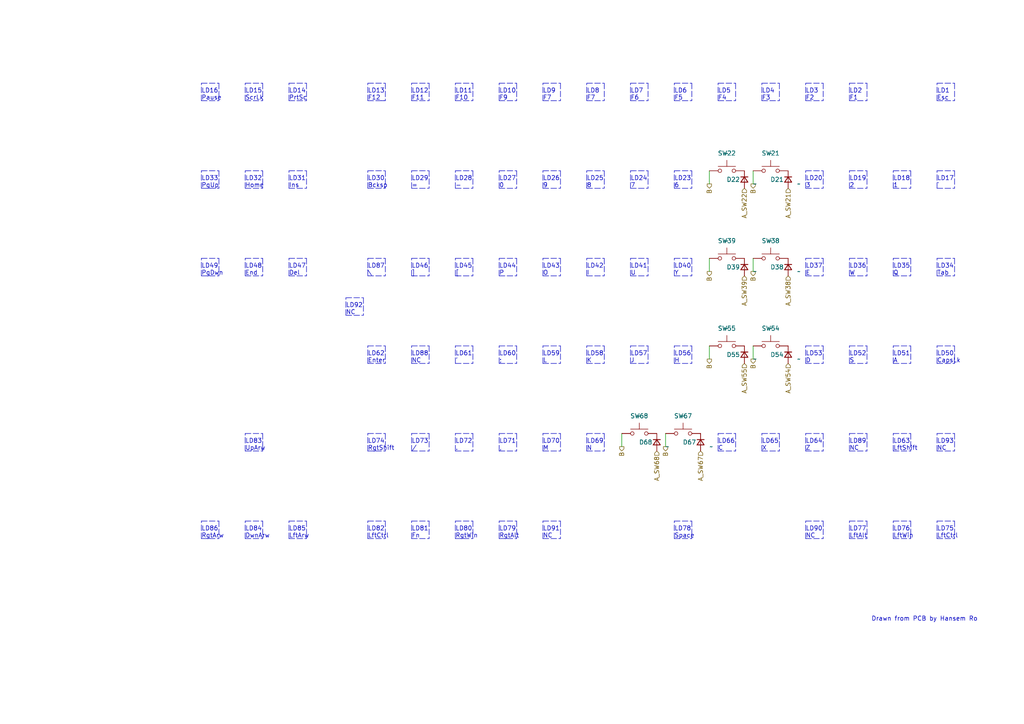
<source format=kicad_sch>
(kicad_sch (version 20211123) (generator eeschema)
  (paper "A4")
  (lib_symbols
    (symbol "Device:D_Small" (pin_numbers hide) (pin_names (offset 0.254) hide)
      (property "Reference" "D" (at -1.27 2.032 0))
      (property "Value" "D_Small" (at -3.81 -2.032 0))
      (symbol "D_Small_0_1"
        (polyline (pts (xy -0.762 -1.016) (xy -0.762 1.016)) (stroke (width 0.254)))
        (polyline (pts (xy -0.762 0) (xy 0.762 0)))
        (polyline (pts (xy 0.762 -1.016) (xy -0.762 0) (xy 0.762 1.016) (xy 0.762 -1.016)) (stroke (width 0.254)))
      )
      (symbol "D_Small_1_1"
        (pin passive line (at -2.54 0 0) (length 1.778) (name "K") (number "1"))
        (pin passive line (at 2.54 0 180) (length 1.778) (name "A") (number "2"))
      )
    )
    (symbol "Switch:SW_Push" (pin_numbers hide) (pin_names (offset 1.016) hide)
      (property "Reference" "SW" (at 1.27 2.54 0))
      (property "Value" "SW_Push" (at 0 -1.524 0))
      (symbol "SW_Push_0_1"
        (circle (center -2.032 0) (radius 0.508))
        (polyline (pts (xy 0 1.27) (xy 0 3.048)))
        (polyline (pts (xy 2.54 1.27) (xy -2.54 1.27)))
        (circle (center 2.032 0) (radius 0.508))
        (pin passive line (at -5.08 0 0) (length 2.54) (name "1") (number "1"))
        (pin passive line (at 5.08 0 180) (length 2.54) (name "2") (number "2"))
      )
    )
  )
  (polyline (pts (xy 226.06 125.73) (xy 226.06 130.81)))
  (polyline (pts (xy 119.38 156.21) (xy 124.46 156.21)))
  (polyline (pts (xy 276.86 151.13) (xy 276.86 156.21)))
  (polyline (pts (xy 271.78 151.13) (xy 276.86 151.13)))
  (polyline (pts (xy 259.08 49.53) (xy 264.16 49.53)))
  (polyline (pts (xy 220.98 24.13) (xy 226.06 24.13)))
  (polyline (pts (xy 187.96 100.33) (xy 187.96 105.41)))
  (polyline (pts (xy 271.78 80.01) (xy 276.86 80.01)))
  (polyline (pts (xy 157.48 151.13) (xy 162.56 151.13)))
  (polyline (pts (xy 83.82 54.61) (xy 83.82 49.53)))
  (polyline (pts (xy 170.18 130.81) (xy 175.26 130.81)))
  (polyline (pts (xy 175.26 49.53) (xy 175.26 54.61)))
  (polyline (pts (xy 259.08 105.41) (xy 264.16 105.41)))
  (polyline (pts (xy 264.16 151.13) (xy 264.16 156.21)))
  (polyline (pts (xy 106.68 125.73) (xy 111.76 125.73)))
  (polyline (pts (xy 233.68 54.61) (xy 238.76 54.61)))
  (polyline (pts (xy 119.38 80.01) (xy 124.46 80.01)))
  (polyline (pts (xy 259.08 80.01) (xy 264.16 80.01)))
  (polyline (pts (xy 271.78 80.01) (xy 271.78 74.93)))
  (polyline (pts (xy 106.68 105.41) (xy 111.76 105.41)))
  (polyline (pts (xy 132.08 100.33) (xy 137.16 100.33)))
  (wire (pts (xy 205.74 49.53) (xy 205.74 53.34)))
  (polyline (pts (xy 157.48 54.61) (xy 157.48 49.53)))
  (polyline (pts (xy 200.66 49.53) (xy 200.66 54.61)))
  (polyline (pts (xy 137.16 24.13) (xy 137.16 29.21)))
  (polyline (pts (xy 195.58 80.01) (xy 195.58 74.93)))
  (polyline (pts (xy 195.58 105.41) (xy 200.66 105.41)))
  (polyline (pts (xy 119.38 151.13) (xy 124.46 151.13)))
  (polyline (pts (xy 170.18 29.21) (xy 170.18 24.13)))
  (polyline (pts (xy 246.38 80.01) (xy 251.46 80.01)))
  (polyline (pts (xy 157.48 24.13) (xy 162.56 24.13)))
  (polyline (pts (xy 132.08 24.13) (xy 137.16 24.13)))
  (polyline (pts (xy 144.78 130.81) (xy 149.86 130.81)))
  (polyline (pts (xy 208.28 130.81) (xy 213.36 130.81)))
  (polyline (pts (xy 195.58 54.61) (xy 195.58 49.53)))
  (polyline (pts (xy 170.18 29.21) (xy 175.26 29.21)))
  (polyline (pts (xy 132.08 105.41) (xy 137.16 105.41)))
  (polyline (pts (xy 182.88 54.61) (xy 182.88 49.53)))
  (polyline (pts (xy 246.38 49.53) (xy 251.46 49.53)))
  (polyline (pts (xy 170.18 105.41) (xy 175.26 105.41)))
  (polyline (pts (xy 182.88 105.41) (xy 187.96 105.41)))
  (polyline (pts (xy 144.78 80.01) (xy 149.86 80.01)))
  (polyline (pts (xy 157.48 130.81) (xy 157.48 125.73)))
  (polyline (pts (xy 271.78 24.13) (xy 276.86 24.13)))
  (polyline (pts (xy 88.9 74.93) (xy 88.9 80.01)))
  (polyline (pts (xy 170.18 54.61) (xy 170.18 49.53)))
  (polyline (pts (xy 149.86 49.53) (xy 149.86 54.61)))
  (polyline (pts (xy 251.46 125.73) (xy 251.46 130.81)))
  (polyline (pts (xy 233.68 151.13) (xy 238.76 151.13)))
  (polyline (pts (xy 208.28 130.81) (xy 208.28 125.73)))
  (polyline (pts (xy 106.68 54.61) (xy 106.68 49.53)))
  (polyline (pts (xy 271.78 105.41) (xy 276.86 105.41)))
  (polyline (pts (xy 132.08 74.93) (xy 137.16 74.93)))
  (polyline (pts (xy 208.28 29.21) (xy 213.36 29.21)))
  (polyline (pts (xy 233.68 49.53) (xy 238.76 49.53)))
  (polyline (pts (xy 144.78 80.01) (xy 144.78 74.93)))
  (polyline (pts (xy 106.68 29.21) (xy 106.68 24.13)))
  (polyline (pts (xy 276.86 24.13) (xy 276.86 29.21)))
  (wire (pts (xy 218.44 100.33) (xy 218.44 104.14)))
  (polyline (pts (xy 246.38 54.61) (xy 251.46 54.61)))
  (polyline (pts (xy 88.9 24.13) (xy 88.9 29.21)))
  (polyline (pts (xy 233.68 29.21) (xy 238.76 29.21)))
  (polyline (pts (xy 213.36 125.73) (xy 213.36 130.81)))
  (polyline (pts (xy 58.42 29.21) (xy 63.5 29.21)))
  (polyline (pts (xy 233.68 54.61) (xy 233.68 49.53)))
  (polyline (pts (xy 58.42 151.13) (xy 63.5 151.13)))
  (polyline (pts (xy 208.28 24.13) (xy 213.36 24.13)))
  (polyline (pts (xy 76.2 125.73) (xy 76.2 130.81)))
  (polyline (pts (xy 137.16 74.93) (xy 137.16 80.01)))
  (polyline (pts (xy 71.12 54.61) (xy 76.2 54.61)))
  (polyline (pts (xy 233.68 74.93) (xy 238.76 74.93)))
  (polyline (pts (xy 259.08 130.81) (xy 259.08 125.73)))
  (polyline (pts (xy 124.46 125.73) (xy 124.46 130.81)))
  (polyline (pts (xy 106.68 80.01) (xy 106.68 74.93)))
  (polyline (pts (xy 124.46 74.93) (xy 124.46 80.01)))
  (polyline (pts (xy 105.41 86.36) (xy 105.41 91.44)))
  (polyline (pts (xy 259.08 156.21) (xy 259.08 151.13)))
  (polyline (pts (xy 88.9 49.53) (xy 88.9 54.61)))
  (polyline (pts (xy 238.76 151.13) (xy 238.76 156.21)))
  (polyline (pts (xy 157.48 105.41) (xy 162.56 105.41)))
  (polyline (pts (xy 246.38 29.21) (xy 251.46 29.21)))
  (polyline (pts (xy 246.38 105.41) (xy 251.46 105.41)))
  (polyline (pts (xy 58.42 24.13) (xy 63.5 24.13)))
  (polyline (pts (xy 100.33 86.36) (xy 105.41 86.36)))
  (polyline (pts (xy 271.78 130.81) (xy 271.78 125.73)))
  (polyline (pts (xy 132.08 130.81) (xy 132.08 125.73)))
  (polyline (pts (xy 111.76 24.13) (xy 111.76 29.21)))
  (polyline (pts (xy 170.18 130.81) (xy 170.18 125.73)))
  (polyline (pts (xy 238.76 74.93) (xy 238.76 80.01)))
  (polyline (pts (xy 106.68 80.01) (xy 111.76 80.01)))
  (polyline (pts (xy 144.78 54.61) (xy 149.86 54.61)))
  (polyline (pts (xy 271.78 54.61) (xy 276.86 54.61)))
  (polyline (pts (xy 124.46 24.13) (xy 124.46 29.21)))
  (polyline (pts (xy 124.46 49.53) (xy 124.46 54.61)))
  (polyline (pts (xy 71.12 125.73) (xy 76.2 125.73)))
  (wire (pts (xy 205.74 100.33) (xy 205.74 104.14)))
  (polyline (pts (xy 76.2 74.93) (xy 76.2 80.01)))
  (polyline (pts (xy 157.48 156.21) (xy 162.56 156.21)))
  (polyline (pts (xy 182.88 29.21) (xy 187.96 29.21)))
  (polyline (pts (xy 162.56 49.53) (xy 162.56 54.61)))
  (polyline (pts (xy 76.2 24.13) (xy 76.2 29.21)))
  (polyline (pts (xy 132.08 54.61) (xy 132.08 49.53)))
  (polyline (pts (xy 144.78 49.53) (xy 149.86 49.53)))
  (polyline (pts (xy 276.86 74.93) (xy 276.86 80.01)))
  (polyline (pts (xy 187.96 74.93) (xy 187.96 80.01)))
  (polyline (pts (xy 132.08 49.53) (xy 137.16 49.53)))
  (polyline (pts (xy 83.82 151.13) (xy 88.9 151.13)))
  (polyline (pts (xy 251.46 74.93) (xy 251.46 80.01)))
  (wire (pts (xy 218.44 74.93) (xy 218.44 78.74)))
  (polyline (pts (xy 149.86 74.93) (xy 149.86 80.01)))
  (polyline (pts (xy 200.66 74.93) (xy 200.66 80.01)))
  (polyline (pts (xy 71.12 130.81) (xy 76.2 130.81)))
  (polyline (pts (xy 119.38 100.33) (xy 124.46 100.33)))
  (polyline (pts (xy 111.76 29.21) (xy 110.49 29.21)))
  (polyline (pts (xy 71.12 49.53) (xy 76.2 49.53)))
  (polyline (pts (xy 58.42 74.93) (xy 63.5 74.93)))
  (polyline (pts (xy 71.12 156.21) (xy 76.2 156.21)))
  (polyline (pts (xy 195.58 156.21) (xy 195.58 151.13)))
  (polyline (pts (xy 246.38 156.21) (xy 246.38 151.13)))
  (polyline (pts (xy 170.18 100.33) (xy 175.26 100.33)))
  (polyline (pts (xy 233.68 80.01) (xy 233.68 74.93)))
  (polyline (pts (xy 157.48 29.21) (xy 157.48 24.13)))
  (polyline (pts (xy 182.88 74.93) (xy 187.96 74.93)))
  (polyline (pts (xy 83.82 156.21) (xy 88.9 156.21)))
  (polyline (pts (xy 233.68 125.73) (xy 238.76 125.73)))
  (polyline (pts (xy 246.38 74.93) (xy 251.46 74.93)))
  (polyline (pts (xy 195.58 74.93) (xy 200.66 74.93)))
  (polyline (pts (xy 106.68 105.41) (xy 106.68 100.33)))
  (polyline (pts (xy 132.08 29.21) (xy 132.08 24.13)))
  (polyline (pts (xy 111.76 74.93) (xy 111.76 80.01)))
  (polyline (pts (xy 271.78 74.93) (xy 276.86 74.93)))
  (polyline (pts (xy 132.08 130.81) (xy 137.16 130.81)))
  (polyline (pts (xy 195.58 49.53) (xy 200.66 49.53)))
  (polyline (pts (xy 175.26 74.93) (xy 175.26 80.01)))
  (polyline (pts (xy 170.18 80.01) (xy 175.26 80.01)))
  (polyline (pts (xy 71.12 29.21) (xy 71.12 24.13)))
  (polyline (pts (xy 246.38 125.73) (xy 251.46 125.73)))
  (polyline (pts (xy 58.42 29.21) (xy 58.42 24.13)))
  (polyline (pts (xy 106.68 151.13) (xy 111.76 151.13)))
  (polyline (pts (xy 106.68 156.21) (xy 111.76 156.21)))
  (polyline (pts (xy 137.16 151.13) (xy 137.16 156.21)))
  (polyline (pts (xy 157.48 80.01) (xy 162.56 80.01)))
  (polyline (pts (xy 271.78 100.33) (xy 276.86 100.33)))
  (polyline (pts (xy 71.12 54.61) (xy 71.12 49.53)))
  (polyline (pts (xy 119.38 105.41) (xy 119.38 100.33)))
  (polyline (pts (xy 83.82 74.93) (xy 88.9 74.93)))
  (polyline (pts (xy 157.48 29.21) (xy 162.56 29.21)))
  (polyline (pts (xy 238.76 125.73) (xy 238.76 130.81)))
  (polyline (pts (xy 170.18 24.13) (xy 175.26 24.13)))
  (polyline (pts (xy 170.18 54.61) (xy 175.26 54.61)))
  (polyline (pts (xy 233.68 100.33) (xy 238.76 100.33)))
  (polyline (pts (xy 200.66 151.13) (xy 200.66 156.21)))
  (polyline (pts (xy 157.48 125.73) (xy 162.56 125.73)))
  (polyline (pts (xy 144.78 29.21) (xy 149.86 29.21)))
  (polyline (pts (xy 271.78 54.61) (xy 271.78 49.53)))
  (polyline (pts (xy 88.9 151.13) (xy 88.9 156.21)))
  (polyline (pts (xy 83.82 54.61) (xy 88.9 54.61)))
  (polyline (pts (xy 170.18 125.73) (xy 175.26 125.73)))
  (polyline (pts (xy 271.78 156.21) (xy 271.78 151.13)))
  (polyline (pts (xy 58.42 49.53) (xy 63.5 49.53)))
  (polyline (pts (xy 271.78 29.21) (xy 276.86 29.21)))
  (polyline (pts (xy 106.68 130.81) (xy 111.76 130.81)))
  (polyline (pts (xy 63.5 151.13) (xy 63.5 156.21)))
  (polyline (pts (xy 246.38 130.81) (xy 246.38 125.73)))
  (polyline (pts (xy 251.46 49.53) (xy 251.46 54.61)))
  (polyline (pts (xy 71.12 29.21) (xy 76.2 29.21)))
  (polyline (pts (xy 246.38 130.81) (xy 251.46 130.81)))
  (polyline (pts (xy 200.66 100.33) (xy 200.66 105.41)))
  (polyline (pts (xy 271.78 130.81) (xy 276.86 130.81)))
  (polyline (pts (xy 233.68 156.21) (xy 233.68 151.13)))
  (polyline (pts (xy 162.56 151.13) (xy 162.56 156.21)))
  (polyline (pts (xy 63.5 74.93) (xy 63.5 80.01)))
  (polyline (pts (xy 271.78 29.21) (xy 271.78 24.13)))
  (polyline (pts (xy 132.08 151.13) (xy 137.16 151.13)))
  (polyline (pts (xy 149.86 24.13) (xy 149.86 29.21)))
  (polyline (pts (xy 124.46 151.13) (xy 124.46 156.21)))
  (polyline (pts (xy 58.42 80.01) (xy 58.42 74.93)))
  (polyline (pts (xy 182.88 49.53) (xy 187.96 49.53)))
  (polyline (pts (xy 187.96 24.13) (xy 187.96 29.21)))
  (polyline (pts (xy 200.66 24.13) (xy 200.66 29.21)))
  (polyline (pts (xy 58.42 54.61) (xy 58.42 49.53)))
  (polyline (pts (xy 157.48 49.53) (xy 162.56 49.53)))
  (polyline (pts (xy 195.58 156.21) (xy 200.66 156.21)))
  (polyline (pts (xy 83.82 80.01) (xy 88.9 80.01)))
  (polyline (pts (xy 220.98 125.73) (xy 226.06 125.73)))
  (polyline (pts (xy 195.58 54.61) (xy 200.66 54.61)))
  (polyline (pts (xy 137.16 100.33) (xy 137.16 105.41)))
  (polyline (pts (xy 106.68 156.21) (xy 106.68 151.13)))
  (polyline (pts (xy 58.42 156.21) (xy 63.5 156.21)))
  (polyline (pts (xy 233.68 80.01) (xy 238.76 80.01)))
  (polyline (pts (xy 259.08 125.73) (xy 264.16 125.73)))
  (polyline (pts (xy 132.08 80.01) (xy 137.16 80.01)))
  (polyline (pts (xy 182.88 54.61) (xy 187.96 54.61)))
  (polyline (pts (xy 71.12 24.13) (xy 76.2 24.13)))
  (polyline (pts (xy 157.48 54.61) (xy 162.56 54.61)))
  (polyline (pts (xy 162.56 74.93) (xy 162.56 80.01)))
  (polyline (pts (xy 124.46 100.33) (xy 124.46 105.41)))
  (polyline (pts (xy 63.5 24.13) (xy 63.5 29.21)))
  (polyline (pts (xy 246.38 80.01) (xy 246.38 74.93)))
  (polyline (pts (xy 220.98 29.21) (xy 220.98 24.13)))
  (polyline (pts (xy 182.88 80.01) (xy 187.96 80.01)))
  (polyline (pts (xy 157.48 100.33) (xy 162.56 100.33)))
  (polyline (pts (xy 182.88 100.33) (xy 187.96 100.33)))
  (polyline (pts (xy 195.58 100.33) (xy 200.66 100.33)))
  (polyline (pts (xy 182.88 24.13) (xy 187.96 24.13)))
  (polyline (pts (xy 162.56 125.73) (xy 162.56 130.81)))
  (polyline (pts (xy 264.16 100.33) (xy 264.16 105.41)))
  (polyline (pts (xy 106.68 74.93) (xy 111.76 74.93)))
  (polyline (pts (xy 144.78 156.21) (xy 144.78 151.13)))
  (polyline (pts (xy 233.68 29.21) (xy 233.68 24.13)))
  (polyline (pts (xy 246.38 105.41) (xy 246.38 100.33)))
  (polyline (pts (xy 71.12 80.01) (xy 71.12 74.93)))
  (polyline (pts (xy 208.28 125.73) (xy 213.36 125.73)))
  (polyline (pts (xy 106.68 49.53) (xy 111.76 49.53)))
  (polyline (pts (xy 271.78 105.41) (xy 271.78 100.33)))
  (polyline (pts (xy 264.16 74.93) (xy 264.16 80.01)))
  (polyline (pts (xy 106.68 29.21) (xy 111.76 29.21)))
  (wire (pts (xy 180.34 125.73) (xy 180.34 129.54)))
  (polyline (pts (xy 144.78 130.81) (xy 144.78 125.73)))
  (polyline (pts (xy 106.68 54.61) (xy 111.76 54.61)))
  (polyline (pts (xy 76.2 49.53) (xy 76.2 54.61)))
  (polyline (pts (xy 233.68 130.81) (xy 233.68 125.73)))
  (polyline (pts (xy 132.08 156.21) (xy 132.08 151.13)))
  (polyline (pts (xy 238.76 24.13) (xy 238.76 29.21)))
  (polyline (pts (xy 58.42 54.61) (xy 63.5 54.61)))
  (polyline (pts (xy 144.78 156.21) (xy 149.86 156.21)))
  (polyline (pts (xy 238.76 49.53) (xy 238.76 54.61)))
  (polyline (pts (xy 119.38 24.13) (xy 124.46 24.13)))
  (polyline (pts (xy 259.08 130.81) (xy 264.16 130.81)))
  (polyline (pts (xy 195.58 24.13) (xy 200.66 24.13)))
  (polyline (pts (xy 271.78 156.21) (xy 276.86 156.21)))
  (polyline (pts (xy 144.78 24.13) (xy 149.86 24.13)))
  (polyline (pts (xy 259.08 151.13) (xy 264.16 151.13)))
  (polyline (pts (xy 76.2 151.13) (xy 76.2 156.21)))
  (polyline (pts (xy 259.08 54.61) (xy 264.16 54.61)))
  (polyline (pts (xy 182.88 29.21) (xy 182.88 24.13)))
  (polyline (pts (xy 144.78 54.61) (xy 144.78 49.53)))
  (polyline (pts (xy 157.48 74.93) (xy 162.56 74.93)))
  (polyline (pts (xy 195.58 80.01) (xy 200.66 80.01)))
  (polyline (pts (xy 119.38 29.21) (xy 119.38 24.13)))
  (polyline (pts (xy 119.38 54.61) (xy 124.46 54.61)))
  (polyline (pts (xy 137.16 125.73) (xy 137.16 130.81)))
  (polyline (pts (xy 246.38 156.21) (xy 251.46 156.21)))
  (polyline (pts (xy 119.38 54.61) (xy 119.38 49.53)))
  (polyline (pts (xy 83.82 156.21) (xy 83.82 151.13)))
  (polyline (pts (xy 195.58 29.21) (xy 200.66 29.21)))
  (polyline (pts (xy 111.76 100.33) (xy 111.76 105.41)))
  (polyline (pts (xy 251.46 100.33) (xy 251.46 105.41)))
  (wire (pts (xy 218.44 49.53) (xy 218.44 53.34)))
  (polyline (pts (xy 157.48 80.01) (xy 157.48 74.93)))
  (polyline (pts (xy 83.82 49.53) (xy 88.9 49.53)))
  (polyline (pts (xy 233.68 24.13) (xy 238.76 24.13)))
  (polyline (pts (xy 111.76 49.53) (xy 111.76 54.61)))
  (polyline (pts (xy 246.38 151.13) (xy 251.46 151.13)))
  (polyline (pts (xy 259.08 80.01) (xy 259.08 74.93)))
  (polyline (pts (xy 233.68 105.41) (xy 233.68 100.33)))
  (polyline (pts (xy 58.42 80.01) (xy 63.5 80.01)))
  (polyline (pts (xy 132.08 156.21) (xy 137.16 156.21)))
  (polyline (pts (xy 162.56 100.33) (xy 162.56 105.41)))
  (polyline (pts (xy 144.78 100.33) (xy 149.86 100.33)))
  (polyline (pts (xy 213.36 24.13) (xy 213.36 29.21)))
  (polyline (pts (xy 175.26 100.33) (xy 175.26 105.41)))
  (polyline (pts (xy 144.78 105.41) (xy 149.86 105.41)))
  (polyline (pts (xy 119.38 74.93) (xy 124.46 74.93)))
  (polyline (pts (xy 144.78 125.73) (xy 149.86 125.73)))
  (polyline (pts (xy 182.88 80.01) (xy 182.88 74.93)))
  (polyline (pts (xy 246.38 24.13) (xy 251.46 24.13)))
  (polyline (pts (xy 246.38 54.61) (xy 246.38 49.53)))
  (polyline (pts (xy 276.86 100.33) (xy 276.86 105.41)))
  (polyline (pts (xy 149.86 151.13) (xy 149.86 156.21)))
  (polyline (pts (xy 170.18 80.01) (xy 170.18 74.93)))
  (polyline (pts (xy 119.38 156.21) (xy 119.38 151.13)))
  (polyline (pts (xy 271.78 125.73) (xy 276.86 125.73)))
  (polyline (pts (xy 83.82 29.21) (xy 83.82 24.13)))
  (polyline (pts (xy 157.48 130.81) (xy 162.56 130.81)))
  (polyline (pts (xy 195.58 151.13) (xy 200.66 151.13)))
  (polyline (pts (xy 175.26 125.73) (xy 175.26 130.81)))
  (polyline (pts (xy 220.98 130.81) (xy 226.06 130.81)))
  (polyline (pts (xy 71.12 151.13) (xy 76.2 151.13)))
  (polyline (pts (xy 220.98 29.21) (xy 226.06 29.21)))
  (polyline (pts (xy 132.08 54.61) (xy 137.16 54.61)))
  (polyline (pts (xy 170.18 74.93) (xy 175.26 74.93)))
  (polyline (pts (xy 144.78 105.41) (xy 144.78 100.33)))
  (polyline (pts (xy 119.38 29.21) (xy 124.46 29.21)))
  (polyline (pts (xy 132.08 125.73) (xy 137.16 125.73)))
  (polyline (pts (xy 259.08 100.33) (xy 264.16 100.33)))
  (polyline (pts (xy 106.68 100.33) (xy 111.76 100.33)))
  (polyline (pts (xy 144.78 151.13) (xy 149.86 151.13)))
  (polyline (pts (xy 119.38 130.81) (xy 124.46 130.81)))
  (polyline (pts (xy 119.38 125.73) (xy 124.46 125.73)))
  (polyline (pts (xy 111.76 151.13) (xy 111.76 156.21)))
  (polyline (pts (xy 233.68 130.81) (xy 238.76 130.81)))
  (polyline (pts (xy 208.28 29.21) (xy 208.28 24.13)))
  (polyline (pts (xy 259.08 54.61) (xy 259.08 49.53)))
  (polyline (pts (xy 157.48 156.21) (xy 157.48 151.13)))
  (polyline (pts (xy 251.46 24.13) (xy 251.46 29.21)))
  (polyline (pts (xy 187.96 49.53) (xy 187.96 54.61)))
  (polyline (pts (xy 246.38 29.21) (xy 246.38 24.13)))
  (polyline (pts (xy 132.08 105.41) (xy 132.08 100.33)))
  (polyline (pts (xy 119.38 49.53) (xy 124.46 49.53)))
  (polyline (pts (xy 71.12 156.21) (xy 71.12 151.13)))
  (polyline (pts (xy 226.06 24.13) (xy 226.06 29.21)))
  (polyline (pts (xy 259.08 156.21) (xy 264.16 156.21)))
  (polyline (pts (xy 220.98 130.81) (xy 220.98 125.73)))
  (polyline (pts (xy 238.76 100.33) (xy 238.76 105.41)))
  (polyline (pts (xy 119.38 105.41) (xy 124.46 105.41)))
  (polyline (pts (xy 264.16 125.73) (xy 264.16 130.81)))
  (polyline (pts (xy 233.68 105.41) (xy 238.76 105.41)))
  (polyline (pts (xy 71.12 74.93) (xy 76.2 74.93)))
  (polyline (pts (xy 251.46 151.13) (xy 251.46 156.21)))
  (polyline (pts (xy 71.12 130.81) (xy 71.12 125.73)))
  (polyline (pts (xy 83.82 80.01) (xy 83.82 74.93)))
  (polyline (pts (xy 119.38 80.01) (xy 119.38 74.93)))
  (polyline (pts (xy 276.86 49.53) (xy 276.86 54.61)))
  (polyline (pts (xy 119.38 130.81) (xy 119.38 125.73)))
  (polyline (pts (xy 132.08 80.01) (xy 132.08 74.93)))
  (polyline (pts (xy 195.58 105.41) (xy 195.58 100.33)))
  (polyline (pts (xy 259.08 74.93) (xy 264.16 74.93)))
  (polyline (pts (xy 83.82 29.21) (xy 88.9 29.21)))
  (polyline (pts (xy 100.33 91.44) (xy 100.33 86.36)))
  (polyline (pts (xy 58.42 156.21) (xy 58.42 151.13)))
  (polyline (pts (xy 106.68 130.81) (xy 106.68 125.73)))
  (polyline (pts (xy 157.48 105.41) (xy 157.48 100.33)))
  (polyline (pts (xy 233.68 156.21) (xy 238.76 156.21)))
  (polyline (pts (xy 175.26 24.13) (xy 175.26 29.21)))
  (polyline (pts (xy 246.38 100.33) (xy 251.46 100.33)))
  (polyline (pts (xy 195.58 29.21) (xy 195.58 24.13)))
  (polyline (pts (xy 149.86 125.73) (xy 149.86 130.81)))
  (polyline (pts (xy 271.78 49.53) (xy 276.86 49.53)))
  (polyline (pts (xy 83.82 24.13) (xy 88.9 24.13)))
  (polyline (pts (xy 149.86 100.33) (xy 149.86 105.41)))
  (polyline (pts (xy 170.18 105.41) (xy 170.18 100.33)))
  (polyline (pts (xy 63.5 49.53) (xy 63.5 54.61)))
  (polyline (pts (xy 100.33 91.44) (xy 105.41 91.44)))
  (polyline (pts (xy 111.76 125.73) (xy 111.76 130.81)))
  (polyline (pts (xy 162.56 24.13) (xy 162.56 29.21)))
  (polyline (pts (xy 137.16 49.53) (xy 137.16 54.61)))
  (polyline (pts (xy 144.78 29.21) (xy 144.78 24.13)))
  (polyline (pts (xy 259.08 105.41) (xy 259.08 100.33)))
  (wire (pts (xy 205.74 74.93) (xy 205.74 78.74)))
  (polyline (pts (xy 106.68 24.13) (xy 111.76 24.13)))
  (polyline (pts (xy 170.18 49.53) (xy 175.26 49.53)))
  (polyline (pts (xy 182.88 105.41) (xy 182.88 100.33)))
  (polyline (pts (xy 276.86 125.73) (xy 276.86 130.81)))
  (polyline (pts (xy 132.08 29.21) (xy 137.16 29.21)))
  (polyline (pts (xy 264.16 49.53) (xy 264.16 54.61)))
  (polyline (pts (xy 144.78 74.93) (xy 149.86 74.93)))
  (polyline (pts (xy 71.12 80.01) (xy 76.2 80.01)))
  (wire (pts (xy 193.04 125.73) (xy 193.04 129.54)))
  (text "LD31\nIns" (at 83.82 54.61 0) (effects (font (size 1.27 1.27)) (justify left bottom)))
  (text "LD13\nF12" (at 106.68 29.21 0) (effects (font (size 1.27 1.27)) (justify left bottom)))
  (text "LD20\n3" (at 233.68 54.61 0) (effects (font (size 1.27 1.27)) (justify left bottom)))
  (text "LD73\n/" (at 119.38 130.81 0) (effects (font (size 1.27 1.27)) (justify left bottom)))
  (text "LD88\nNC" (at 119.38 105.41 0) (effects (font (size 1.27 1.27)) (justify left bottom)))
  (text "LD65\nX" (at 220.98 130.81 0) (effects (font (size 1.27 1.27)) (justify left bottom)))
  (text "LD32\nHome" (at 71.12 54.61 0) (effects (font (size 1.27 1.27)) (justify left bottom)))
  (text "LD10\nF9" (at 144.78 29.21 0) (effects (font (size 1.27 1.27)) (justify left bottom)))
  (text "LD64\nZ" (at 233.68 130.81 0) (effects (font (size 1.27 1.27)) (justify left bottom)))
  (text "Drawn from PCB by Hansem Ro" (at 252.73 180.34 0) (effects (font (size 1.27 1.27)) (justify left bottom)))
  (text "LD87\n\\" (at 106.68 80.01 0) (effects (font (size 1.27 1.27)) (justify left bottom)))
  (text "LD27\n0" (at 144.78 54.61 0) (effects (font (size 1.27 1.27)) (justify left bottom)))
  (text "LD66\nC" (at 208.28 130.81 0) (effects (font (size 1.27 1.27)) (justify left bottom)))
  (text "LD56\nH" (at 195.58 105.41 0) (effects (font (size 1.27 1.27)) (justify left bottom)))
  (text "LD11\nF10" (at 132.08 29.21 0) (effects (font (size 1.27 1.27)) (justify left bottom)))
  (text "LD19\n2" (at 246.38 54.61 0) (effects (font (size 1.27 1.27)) (justify left bottom)))
  (text "LD58\nK" (at 170.18 105.41 0) (effects (font (size 1.27 1.27)) (justify left bottom)))
  (text "LD60\n;" (at 144.78 105.41 0) (effects (font (size 1.27 1.27)) (justify left bottom)))
  (text "LD79\nRgtAlt" (at 144.78 156.21 0) (effects (font (size 1.27 1.27)) (justify left bottom)))
  (text "LD30\nBcksp" (at 106.68 54.61 0) (effects (font (size 1.27 1.27)) (justify left bottom)))
  (text "LD24\n7" (at 182.88 54.61 0) (effects (font (size 1.27 1.27)) (justify left bottom)))
  (text "LD36\nW" (at 246.38 80.01 0) (effects (font (size 1.27 1.27)) (justify left bottom)))
  (text "LD51\nA" (at 259.08 105.41 0) (effects (font (size 1.27 1.27)) (justify left bottom)))
  (text "LD35\nQ" (at 259.08 80.01 0) (effects (font (size 1.27 1.27)) (justify left bottom)))
  (text "LD72\n." (at 132.08 130.81 0) (effects (font (size 1.27 1.27)) (justify left bottom)))
  (text "LD4\nF3" (at 220.98 29.21 0) (effects (font (size 1.27 1.27)) (justify left bottom)))
  (text "LD15\nScrLk" (at 71.12 29.21 0) (effects (font (size 1.27 1.27)) (justify left bottom)))
  (text "LD59\nL" (at 157.48 105.41 0) (effects (font (size 1.27 1.27)) (justify left bottom)))
  (text "LD57\nJ" (at 182.88 105.41 0) (effects (font (size 1.27 1.27)) (justify left bottom)))
  (text "LD40\nY" (at 195.58 80.01 0) (effects (font (size 1.27 1.27)) (justify left bottom)))
  (text "LD74\nRgtShift" (at 106.68 130.81 0) (effects (font (size 1.27 1.27)) (justify left bottom)))
  (text "LD6\nF5" (at 195.58 29.21 0) (effects (font (size 1.27 1.27)) (justify left bottom)))
  (text "LD80\nRgtWin" (at 132.08 156.21 0) (effects (font (size 1.27 1.27)) (justify left bottom)))
  (text "LD50\nCapsLk" (at 271.78 105.41 0) (effects (font (size 1.27 1.27)) (justify left bottom)))
  (text "LD70\nM" (at 157.48 130.81 0) (effects (font (size 1.27 1.27)) (justify left bottom)))
  (text "LD7\nF6" (at 182.88 29.21 0) (effects (font (size 1.27 1.27)) (justify left bottom)))
  (text "LD9\nF7" (at 157.48 29.21 0) (effects (font (size 1.27 1.27)) (justify left bottom)))
  (text "LD84\nDwnArw" (at 71.12 156.21 0) (effects (font (size 1.27 1.27)) (justify left bottom)))
  (text "LD17\n`" (at 271.78 54.61 0) (effects (font (size 1.27 1.27)) (justify left bottom)))
  (text "LD41\nU" (at 182.88 80.01 0) (effects (font (size 1.27 1.27)) (justify left bottom)))
  (text "LD63\nLftShift" (at 259.08 130.81 0) (effects (font (size 1.27 1.27)) (justify left bottom)))
  (text "LD90\nNC" (at 233.68 156.21 0) (effects (font (size 1.27 1.27)) (justify left bottom)))
  (text "LD26\n9" (at 157.48 54.61 0) (effects (font (size 1.27 1.27)) (justify left bottom)))
  (text "LD42\nI" (at 170.18 80.01 0) (effects (font (size 1.27 1.27)) (justify left bottom)))
  (text "LD18\n1" (at 259.08 54.61 0) (effects (font (size 1.27 1.27)) (justify left bottom)))
  (text "LD48\nEnd" (at 71.12 80.01 0) (effects (font (size 1.27 1.27)) (justify left bottom)))
  (text "LD12\nF11" (at 119.38 29.21 0) (effects (font (size 1.27 1.27)) (justify left bottom)))
  (text "LD76\nLftWin" (at 259.08 156.21 0) (effects (font (size 1.27 1.27)) (justify left bottom)))
  (text "LD46\n]" (at 119.38 80.01 0) (effects (font (size 1.27 1.27)) (justify left bottom)))
  (text "LD86\nRgtArw" (at 58.42 156.21 0) (effects (font (size 1.27 1.27)) (justify left bottom)))
  (text "LD29\n=" (at 119.38 54.61 0) (effects (font (size 1.27 1.27)) (justify left bottom)))
  (text "LD71\n," (at 144.78 130.81 0) (effects (font (size 1.27 1.27)) (justify left bottom)))
  (text "LD37\nE" (at 233.68 80.01 0) (effects (font (size 1.27 1.27)) (justify left bottom)))
  (text "LD89\nNC" (at 246.38 130.81 0) (effects (font (size 1.27 1.27)) (justify left bottom)))
  (text "LD5\nF4" (at 208.28 29.21 0) (effects (font (size 1.27 1.27)) (justify left bottom)))
  (text "LD49\nPgDwn" (at 58.42 80.01 0) (effects (font (size 1.27 1.27)) (justify left bottom)))
  (text "LD14\nPrtSc" (at 83.82 29.21 0) (effects (font (size 1.27 1.27)) (justify left bottom)))
  (text "LD44\nP" (at 144.78 80.01 0) (effects (font (size 1.27 1.27)) (justify left bottom)))
  (text "LD3\nF2" (at 233.68 29.21 0) (effects (font (size 1.27 1.27)) (justify left bottom)))
  (text "LD69\nN" (at 170.18 130.81 0) (effects (font (size 1.27 1.27)) (justify left bottom)))
  (text "LD82\nLftCtrl" (at 106.68 156.21 0) (effects (font (size 1.27 1.27)) (justify left bottom)))
  (text "LD28\n-" (at 132.08 54.61 0) (effects (font (size 1.27 1.27)) (justify left bottom)))
  (text "LD1\nEsc" (at 271.78 29.21 0) (effects (font (size 1.27 1.27)) (justify left bottom)))
  (text "LD81\nFn" (at 119.38 156.21 0) (effects (font (size 1.27 1.27)) (justify left bottom)))
  (text "LD45\n[" (at 132.08 80.01 0) (effects (font (size 1.27 1.27)) (justify left bottom)))
  (text "LD93\nNC" (at 271.78 130.81 0) (effects (font (size 1.27 1.27)) (justify left bottom)))
  (text "LD43\nO" (at 157.48 80.01 0) (effects (font (size 1.27 1.27)) (justify left bottom)))
  (text "LD47\nDel" (at 83.82 80.01 0) (effects (font (size 1.27 1.27)) (justify left bottom)))
  (text "LD52\nS" (at 246.38 105.41 0) (effects (font (size 1.27 1.27)) (justify left bottom)))
  (text "LD33\nPgUp" (at 58.42 54.61 0) (effects (font (size 1.27 1.27)) (justify left bottom)))
  (text "LD2\nF1" (at 246.38 29.21 0) (effects (font (size 1.27 1.27)) (justify left bottom)))
  (text "LD91\nNC" (at 157.48 156.21 0) (effects (font (size 1.27 1.27)) (justify left bottom)))
  (text "LD16\nPause" (at 58.42 29.21 0) (effects (font (size 1.27 1.27)) (justify left bottom)))
  (text "LD83\nUpArw" (at 71.12 130.81 0) (effects (font (size 1.27 1.27)) (justify left bottom)))
  (text "LD53\nD" (at 233.68 105.41 0) (effects (font (size 1.27 1.27)) (justify left bottom)))
  (text "LD8\nF7" (at 170.18 29.21 0) (effects (font (size 1.27 1.27)) (justify left bottom)))
  (text "LD61\n'" (at 132.08 105.41 0) (effects (font (size 1.27 1.27)) (justify left bottom)))
  (text "LD85\nLftArw" (at 83.82 156.21 0) (effects (font (size 1.27 1.27)) (justify left bottom)))
  (text "LD25\n8" (at 170.18 54.61 0) (effects (font (size 1.27 1.27)) (justify left bottom)))
  (text "LD78\nSpace" (at 195.58 156.21 0) (effects (font (size 1.27 1.27)) (justify left bottom)))
  (text "LD34\nTab" (at 271.78 80.01 0) (effects (font (size 1.27 1.27)) (justify left bottom)))
  (text "LD75\nLftCtrl" (at 271.78 156.21 0) (effects (font (size 1.27 1.27)) (justify left bottom)))
  (text "LD92\nNC" (at 100.33 91.44 0) (effects (font (size 1.27 1.27)) (justify left bottom)))
  (text "LD23\n6" (at 195.58 54.61 0) (effects (font (size 1.27 1.27)) (justify left bottom)))
  (text "LD77\nLftAlt" (at 246.38 156.21 0) (effects (font (size 1.27 1.27)) (justify left bottom)))
  (text "LD62\nEnter" (at 106.68 105.41 0) (effects (font (size 1.27 1.27)) (justify left bottom)))
  (hierarchical_label "B" (shape output) (at 218.44 78.74 270))
  (hierarchical_label "A_SW68" (shape input) (at 190.5 130.81 270))
  (hierarchical_label "A_SW39" (shape input) (at 215.9 80.01 270))
  (hierarchical_label "B" (shape output) (at 218.44 53.34 270))
  (hierarchical_label "A_SW21" (shape input) (at 228.6 54.61 270))
  (hierarchical_label "B" (shape output) (at 205.74 53.34 270))
  (hierarchical_label "A_SW38" (shape input) (at 228.6 80.01 270))
  (hierarchical_label "A_SW54" (shape input) (at 228.6 105.41 270))
  (hierarchical_label "B" (shape output) (at 218.44 104.14 270))
  (hierarchical_label "A_SW22" (shape input) (at 215.9 54.61 270))
  (hierarchical_label "A_SW67" (shape input) (at 203.2 130.81 270))
  (hierarchical_label "B" (shape output) (at 193.04 129.54 270))
  (hierarchical_label "B" (shape output) (at 205.74 78.74 270))
  (hierarchical_label "B" (shape output) (at 180.34 129.54 270))
  (hierarchical_label "A_SW55" (shape input) (at 215.9 105.41 270))
  (hierarchical_label "B" (shape output) (at 205.74 104.14 270))
  (symbol (lib_id "Switch:SW_Push") (at 185.42 125.73 0) (unit 1)
    (property "Reference" "SW68" (at 185.42 120.65 0))
    (property "Value" "~" (at 185.42 120.65 0))
  )
  (symbol (lib_id "Device:D_Small") (at 215.9 77.47 270) (unit 1)
    (property "Reference" "D39" (at 214.63 77.47 90) (effects (justify right)))
    (property "Value" "~" (at 218.44 78.7399 90) (effects (justify left)))
  )
  (symbol (lib_id "Device:D_Small") (at 228.6 77.47 270) (unit 1)
    (property "Reference" "D38" (at 227.33 77.47 90) (effects (justify right)))
    (property "Value" "~" (at 231.14 78.7399 90) (effects (justify left)))
  )
  (symbol (lib_id "Device:D_Small") (at 190.5 128.27 270) (unit 1)
    (property "Reference" "D68" (at 189.23 128.27 90) (effects (justify right)))
    (property "Value" "~" (at 193.04 129.5399 90) (effects (justify left)))
  )
  (symbol (lib_id "Device:D_Small") (at 215.9 102.87 270) (unit 1)
    (property "Reference" "D55" (at 214.63 102.87 90) (effects (justify right)))
    (property "Value" "~" (at 218.44 104.1399 90) (effects (justify left)))
  )
  (symbol (lib_id "Switch:SW_Push") (at 210.82 49.53 0) (unit 1)
    (property "Reference" "SW22" (at 210.82 44.45 0))
    (property "Value" "~" (at 210.82 44.45 0))
  )
  (symbol (lib_id "Device:D_Small") (at 228.6 102.87 270) (unit 1)
    (property "Reference" "D54" (at 227.33 102.87 90) (effects (justify right)))
    (property "Value" "~" (at 231.14 104.1399 90) (effects (justify left)))
  )
  (symbol (lib_id "Switch:SW_Push") (at 223.52 74.93 0) (unit 1)
    (property "Reference" "SW38" (at 223.52 69.85 0))
    (property "Value" "~" (at 223.52 69.85 0))
  )
  (symbol (lib_id "Switch:SW_Push") (at 223.52 100.33 0) (unit 1)
    (property "Reference" "SW54" (at 223.52 95.25 0))
    (property "Value" "~" (at 223.52 95.25 0))
  )
  (symbol (lib_id "Device:D_Small") (at 228.6 52.07 270) (unit 1)
    (property "Reference" "D21" (at 227.33 52.07 90) (effects (justify right)))
    (property "Value" "~" (at 231.14 53.3399 90) (effects (justify left)))
  )
  (symbol (lib_id "Switch:SW_Push") (at 210.82 100.33 0) (unit 1)
    (property "Reference" "SW55" (at 210.82 95.25 0))
    (property "Value" "~" (at 210.82 95.25 0))
  )
  (symbol (lib_id "Device:D_Small") (at 203.2 128.27 270) (unit 1)
    (property "Reference" "D67" (at 201.93 128.27 90) (effects (justify right)))
    (property "Value" "~" (at 205.74 129.5399 90) (effects (justify left)))
  )
  (symbol (lib_id "Switch:SW_Push") (at 223.52 49.53 0) (unit 1)
    (property "Reference" "SW21" (at 223.52 44.45 0))
    (property "Value" "~" (at 223.52 44.45 0))
  )
  (symbol (lib_id "Switch:SW_Push") (at 198.12 125.73 0) (unit 1)
    (property "Reference" "SW67" (at 198.12 120.65 0))
    (property "Value" "~" (at 198.12 120.65 0))
  )
  (symbol (lib_id "Switch:SW_Push") (at 210.82 74.93 0) (unit 1)
    (property "Reference" "SW39" (at 210.82 69.85 0))
    (property "Value" "~" (at 210.82 69.85 0))
  )
  (symbol (lib_id "Device:D_Small") (at 215.9 52.07 270) (unit 1)
    (property "Reference" "D22" (at 214.63 52.07 90) (effects (justify right)))
    (property "Value" "~" (at 218.44 53.3399 90) (effects (justify left)))
  )
)
</source>
